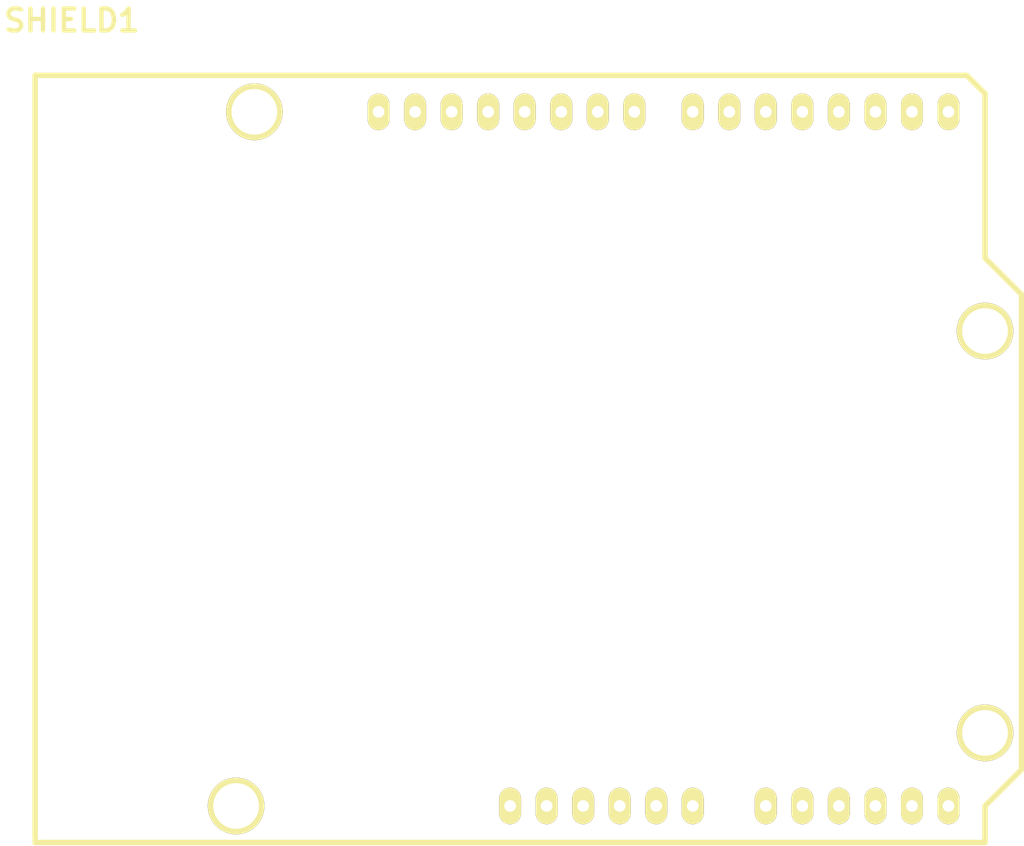
<source format=kicad_pcb>
(kicad_pcb (version 4) (host pcbnew 4.0.2+dfsg1-stable)

  (general
    (links 27)
    (no_connects 27)
    (area 0 0 0 0)
    (thickness 1.6)
    (drawings 0)
    (tracks 0)
    (zones 0)
    (modules 1)
    (nets 2)
  )

  (page A4)
  (layers
    (0 F.Cu signal)
    (31 B.Cu signal)
    (32 B.Adhes user)
    (33 F.Adhes user)
    (34 B.Paste user)
    (35 F.Paste user)
    (36 B.SilkS user)
    (37 F.SilkS user)
    (38 B.Mask user)
    (39 F.Mask user)
    (40 Dwgs.User user)
    (41 Cmts.User user)
    (42 Eco1.User user)
    (43 Eco2.User user)
    (44 Edge.Cuts user)
    (45 Margin user)
    (46 B.CrtYd user)
    (47 F.CrtYd user)
    (48 B.Fab user)
    (49 F.Fab user)
  )

  (setup
    (last_trace_width 0.25)
    (trace_clearance 0.2)
    (zone_clearance 0.508)
    (zone_45_only no)
    (trace_min 0.2)
    (segment_width 0.2)
    (edge_width 0.15)
    (via_size 0.6)
    (via_drill 0.4)
    (via_min_size 0.4)
    (via_min_drill 0.3)
    (uvia_size 0.3)
    (uvia_drill 0.1)
    (uvias_allowed no)
    (uvia_min_size 0.2)
    (uvia_min_drill 0.1)
    (pcb_text_width 0.3)
    (pcb_text_size 1.5 1.5)
    (mod_edge_width 0.15)
    (mod_text_size 1 1)
    (mod_text_width 0.15)
    (pad_size 1.524 1.524)
    (pad_drill 0.762)
    (pad_to_mask_clearance 0.2)
    (aux_axis_origin 0 0)
    (visible_elements FFFFFF7F)
    (pcbplotparams
      (layerselection 0x00030_80000001)
      (usegerberextensions false)
      (excludeedgelayer true)
      (linewidth 0.100000)
      (plotframeref false)
      (viasonmask false)
      (mode 1)
      (useauxorigin false)
      (hpglpennumber 1)
      (hpglpenspeed 20)
      (hpglpendiameter 15)
      (hpglpenoverlay 2)
      (psnegative false)
      (psa4output false)
      (plotreference true)
      (plotvalue true)
      (plotinvisibletext false)
      (padsonsilk false)
      (subtractmaskfromsilk false)
      (outputformat 1)
      (mirror false)
      (drillshape 1)
      (scaleselection 1)
      (outputdirectory ""))
  )

  (net 0 "")
  (net 1 GND)

  (net_class Default "This is the default net class."
    (clearance 0.2)
    (trace_width 0.25)
    (via_dia 0.6)
    (via_drill 0.4)
    (uvia_dia 0.3)
    (uvia_drill 0.1)
    (add_net GND)
  )

  (module "arduino_shields:ARDUINO SHIELD" (layer F.Cu) (tedit 4CD6A37D) (tstamp 597B8FDE)
    (at 148.5011 105.0036)
    (path /597B8A74)
    (fp_text reference SHIELD1 (at 2.54 -57.15) (layer F.SilkS)
      (effects (font (thickness 0.3048)))
    )
    (fp_text value ARDUINO_SHIELD (at 5.08 -54.61) (layer F.SilkS) hide
      (effects (font (thickness 0.3048)))
    )
    (fp_line (start 66.04 -40.64) (end 66.04 -52.07) (layer F.SilkS) (width 0.381))
    (fp_line (start 66.04 -52.07) (end 64.77 -53.34) (layer F.SilkS) (width 0.381))
    (fp_line (start 64.77 -53.34) (end 0 -53.34) (layer F.SilkS) (width 0.381))
    (fp_line (start 66.04 0) (end 0 0) (layer F.SilkS) (width 0.381))
    (fp_line (start 0 0) (end 0 -53.34) (layer F.SilkS) (width 0.381))
    (fp_line (start 66.04 -40.64) (end 68.58 -38.1) (layer F.SilkS) (width 0.381))
    (fp_line (start 68.58 -38.1) (end 68.58 -5.08) (layer F.SilkS) (width 0.381))
    (fp_line (start 68.58 -5.08) (end 66.04 -2.54) (layer F.SilkS) (width 0.381))
    (fp_line (start 66.04 -2.54) (end 66.04 0) (layer F.SilkS) (width 0.381))
    (pad AD5 thru_hole oval (at 63.5 -2.54 90) (size 2.54 1.524) (drill 0.8128) (layers *.Cu *.Mask F.SilkS)
      (net 1 GND))
    (pad AD4 thru_hole oval (at 60.96 -2.54 90) (size 2.54 1.524) (drill 0.8128) (layers *.Cu *.Mask F.SilkS)
      (net 1 GND))
    (pad AD3 thru_hole oval (at 58.42 -2.54 90) (size 2.54 1.524) (drill 0.8128) (layers *.Cu *.Mask F.SilkS)
      (net 1 GND))
    (pad AD0 thru_hole oval (at 50.8 -2.54 90) (size 2.54 1.524) (drill 0.8128) (layers *.Cu *.Mask F.SilkS)
      (net 1 GND))
    (pad AD1 thru_hole oval (at 53.34 -2.54 90) (size 2.54 1.524) (drill 0.8128) (layers *.Cu *.Mask F.SilkS)
      (net 1 GND))
    (pad AD2 thru_hole oval (at 55.88 -2.54 90) (size 2.54 1.524) (drill 0.8128) (layers *.Cu *.Mask F.SilkS)
      (net 1 GND))
    (pad V_IN thru_hole oval (at 45.72 -2.54 90) (size 2.54 1.524) (drill 0.8128) (layers *.Cu *.Mask F.SilkS)
      (net 1 GND))
    (pad GND2 thru_hole oval (at 43.18 -2.54 90) (size 2.54 1.524) (drill 0.8128) (layers *.Cu *.Mask F.SilkS)
      (net 1 GND))
    (pad GND1 thru_hole oval (at 40.64 -2.54 90) (size 2.54 1.524) (drill 0.8128) (layers *.Cu *.Mask F.SilkS)
      (net 1 GND))
    (pad 3V3 thru_hole oval (at 35.56 -2.54 90) (size 2.54 1.524) (drill 0.8128) (layers *.Cu *.Mask F.SilkS)
      (net 1 GND))
    (pad RST thru_hole oval (at 33.02 -2.54 90) (size 2.54 1.524) (drill 0.8128) (layers *.Cu *.Mask F.SilkS)
      (net 1 GND))
    (pad 0 thru_hole oval (at 63.5 -50.8 90) (size 2.54 1.524) (drill 0.8128) (layers *.Cu *.Mask F.SilkS)
      (net 1 GND))
    (pad 1 thru_hole oval (at 60.96 -50.8 90) (size 2.54 1.524) (drill 0.8128) (layers *.Cu *.Mask F.SilkS)
      (net 1 GND))
    (pad 2 thru_hole oval (at 58.42 -50.8 90) (size 2.54 1.524) (drill 0.8128) (layers *.Cu *.Mask F.SilkS)
      (net 1 GND))
    (pad 3 thru_hole oval (at 55.88 -50.8 90) (size 2.54 1.524) (drill 0.8128) (layers *.Cu *.Mask F.SilkS)
      (net 1 GND))
    (pad 4 thru_hole oval (at 53.34 -50.8 90) (size 2.54 1.524) (drill 0.8128) (layers *.Cu *.Mask F.SilkS)
      (net 1 GND))
    (pad 5 thru_hole oval (at 50.8 -50.8 90) (size 2.54 1.524) (drill 0.8128) (layers *.Cu *.Mask F.SilkS)
      (net 1 GND))
    (pad 6 thru_hole oval (at 48.26 -50.8 90) (size 2.54 1.524) (drill 0.8128) (layers *.Cu *.Mask F.SilkS)
      (net 1 GND))
    (pad 7 thru_hole oval (at 45.72 -50.8 90) (size 2.54 1.524) (drill 0.8128) (layers *.Cu *.Mask F.SilkS)
      (net 1 GND))
    (pad 8 thru_hole oval (at 41.656 -50.8 90) (size 2.54 1.524) (drill 0.8128) (layers *.Cu *.Mask F.SilkS)
      (net 1 GND))
    (pad 9 thru_hole oval (at 39.116 -50.8 90) (size 2.54 1.524) (drill 0.8128) (layers *.Cu *.Mask F.SilkS)
      (net 1 GND))
    (pad 10 thru_hole oval (at 36.576 -50.8 90) (size 2.54 1.524) (drill 0.8128) (layers *.Cu *.Mask F.SilkS)
      (net 1 GND))
    (pad 11 thru_hole oval (at 34.036 -50.8 90) (size 2.54 1.524) (drill 0.8128) (layers *.Cu *.Mask F.SilkS)
      (net 1 GND))
    (pad 12 thru_hole oval (at 31.496 -50.8 90) (size 2.54 1.524) (drill 0.8128) (layers *.Cu *.Mask F.SilkS)
      (net 1 GND))
    (pad 13 thru_hole oval (at 28.956 -50.8 90) (size 2.54 1.524) (drill 0.8128) (layers *.Cu *.Mask F.SilkS)
      (net 1 GND))
    (pad GND3 thru_hole oval (at 26.416 -50.8 90) (size 2.54 1.524) (drill 0.8128) (layers *.Cu *.Mask F.SilkS)
      (net 1 GND))
    (pad AREF thru_hole oval (at 23.876 -50.8 90) (size 2.54 1.524) (drill 0.8128) (layers *.Cu *.Mask F.SilkS)
      (net 1 GND))
    (pad 5V thru_hole oval (at 38.1 -2.54 90) (size 2.54 1.524) (drill 0.8128) (layers *.Cu *.Mask F.SilkS)
      (net 1 GND))
    (pad "" thru_hole circle (at 66.04 -7.62 90) (size 3.937 3.937) (drill 3.175) (layers *.Cu *.Mask F.SilkS))
    (pad "" thru_hole circle (at 66.04 -35.56 90) (size 3.937 3.937) (drill 3.175) (layers *.Cu *.Mask F.SilkS))
    (pad "" thru_hole circle (at 15.24 -50.8 90) (size 3.937 3.937) (drill 3.175) (layers *.Cu *.Mask F.SilkS))
    (pad "" thru_hole circle (at 13.97 -2.54 90) (size 3.937 3.937) (drill 3.175) (layers *.Cu *.Mask F.SilkS))
  )

)

</source>
